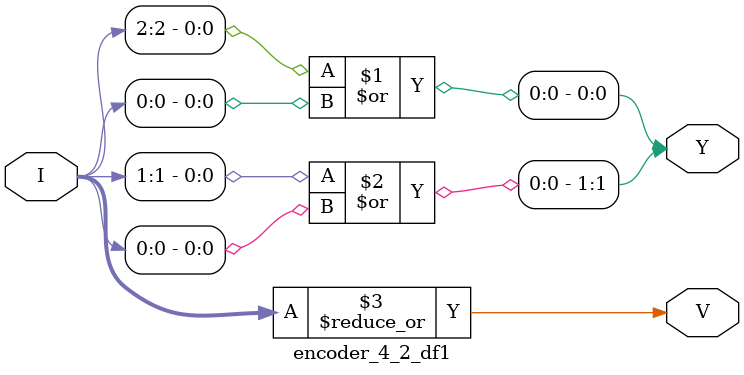
<source format=sv>
module encoder_4_2_df1(Y,V,I);
  input [3:0] I;
  output [1:0] Y;
  output V;
  
  assign Y = {I[1] | I[0],I[2] | I[0]};
  assign V = |I;
   
endmodule

</source>
